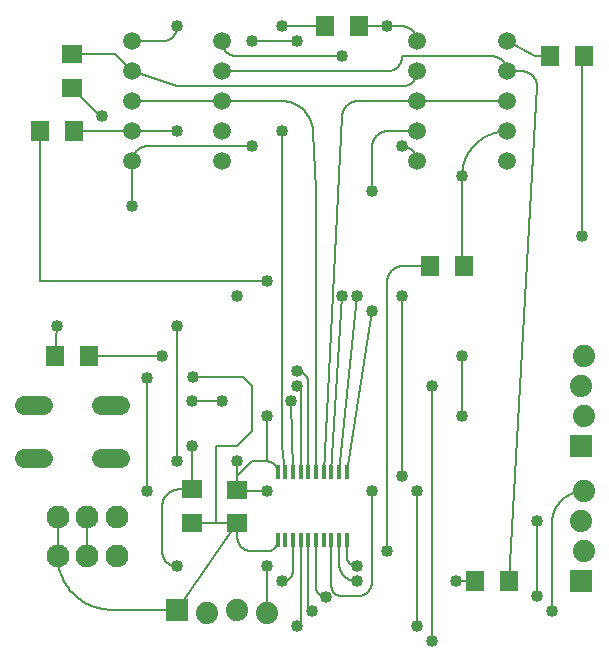
<source format=gtl>
G04 EAGLE Gerber RS-274X export*
G75*
%MOIN*%
%FSLAX36Y36*%
%LPD*%
%INTop Copper Layer*%
%IPPOS*%
%AMOC8*
5,1,8,0,0,1.08239X$1,22.5*%
G01*
%ADD10R,0.070866X0.062992*%
%ADD11R,0.074000X0.074000*%
%ADD12C,0.074000*%
%ADD13C,0.059433*%
%ADD14R,0.070984X0.062992*%
%ADD15R,0.062992X0.070984*%
%ADD16C,0.064000*%
%ADD17R,0.011811X0.047236*%
%ADD18C,0.076000*%
%ADD19C,0.006000*%
%ADD20C,0.040000*%


D10*
X900000Y844882D03*
X900000Y955118D03*
D11*
X700000Y555000D03*
D12*
X800000Y545000D03*
X900000Y555000D03*
X1000000Y545000D03*
D13*
X1500000Y2450000D03*
X1500000Y2350000D03*
X1500000Y2250000D03*
X1500000Y2150000D03*
X1500000Y2050000D03*
X1800000Y2050000D03*
X1800000Y2150000D03*
X1800000Y2250000D03*
X1800000Y2350000D03*
X1800000Y2450000D03*
X550000Y2450000D03*
X550000Y2350000D03*
X550000Y2250000D03*
X550000Y2150000D03*
X550000Y2050000D03*
X850000Y2050000D03*
X850000Y2150000D03*
X850000Y2250000D03*
X850000Y2350000D03*
X850000Y2450000D03*
D14*
X750000Y844016D03*
X750000Y955984D03*
D15*
X1805984Y650000D03*
X1694016Y650000D03*
X1655984Y1700000D03*
X1544016Y1700000D03*
X294016Y1400000D03*
X405984Y1400000D03*
X355984Y2150000D03*
X244016Y2150000D03*
D14*
X350000Y2405984D03*
X350000Y2294016D03*
D15*
X1305984Y2500000D03*
X1194016Y2500000D03*
X1944016Y2400000D03*
X2055984Y2400000D03*
D16*
X254000Y1239000D02*
X190000Y1239000D01*
X190000Y1061000D02*
X254000Y1061000D01*
X446000Y1239000D02*
X510000Y1239000D01*
X510000Y1061000D02*
X446000Y1061000D01*
D17*
X1034846Y1014173D03*
X1060437Y1014173D03*
X1086024Y1014173D03*
X1111614Y1014173D03*
X1137205Y1014173D03*
X1162795Y1014173D03*
X1188386Y1014173D03*
X1213976Y1014173D03*
X1034846Y785823D03*
X1060437Y785823D03*
X1086024Y785823D03*
X1111614Y785823D03*
X1137205Y785823D03*
X1162795Y785823D03*
X1188386Y785823D03*
X1213976Y785823D03*
X1239567Y785823D03*
X1265154Y785823D03*
X1239567Y1014173D03*
X1265154Y1014173D03*
D18*
X301575Y864961D03*
X400000Y864961D03*
X498425Y864961D03*
X301575Y735039D03*
X400000Y735039D03*
X498425Y735039D03*
D11*
X2045000Y1100000D03*
D12*
X2055000Y1200000D03*
X2045000Y1300000D03*
X2055000Y1400000D03*
D11*
X2045000Y650000D03*
D12*
X2055000Y750000D03*
X2045000Y850000D03*
X2055000Y950000D03*
D19*
X900000Y844882D02*
X900000Y800000D01*
X900015Y798792D01*
X900058Y797584D01*
X900131Y796378D01*
X900233Y795174D01*
X900365Y793973D01*
X900525Y792776D01*
X900714Y791582D01*
X900931Y790394D01*
X901178Y789211D01*
X901453Y788034D01*
X901756Y786865D01*
X902088Y785703D01*
X902447Y784549D01*
X902834Y783405D01*
X903249Y782270D01*
X903691Y781145D01*
X904160Y780032D01*
X904656Y778930D01*
X905179Y777840D01*
X905727Y776764D01*
X906302Y775701D01*
X906902Y774652D01*
X907527Y773618D01*
X908176Y772599D01*
X908851Y771597D01*
X909549Y770611D01*
X910271Y769642D01*
X911016Y768691D01*
X911784Y767758D01*
X912574Y766844D01*
X913387Y765949D01*
X914220Y765074D01*
X915074Y764220D01*
X915949Y763387D01*
X916844Y762574D01*
X917758Y761784D01*
X918691Y761016D01*
X919642Y760271D01*
X920611Y759549D01*
X921597Y758851D01*
X922599Y758176D01*
X923618Y757527D01*
X924652Y756902D01*
X925701Y756302D01*
X926764Y755727D01*
X927840Y755179D01*
X928930Y754656D01*
X930032Y754160D01*
X931145Y753691D01*
X932270Y753249D01*
X933405Y752834D01*
X934549Y752447D01*
X935703Y752088D01*
X936865Y751756D01*
X938034Y751453D01*
X939211Y751178D01*
X940394Y750931D01*
X941582Y750714D01*
X942776Y750525D01*
X943973Y750365D01*
X945174Y750233D01*
X946378Y750131D01*
X947584Y750058D01*
X948792Y750015D01*
X950000Y750000D01*
X999024Y750000D01*
X999890Y750010D01*
X1000755Y750042D01*
X1001619Y750094D01*
X1002481Y750167D01*
X1003342Y750261D01*
X1004200Y750376D01*
X1005055Y750511D01*
X1005907Y750667D01*
X1006754Y750844D01*
X1007597Y751041D01*
X1008435Y751258D01*
X1009267Y751496D01*
X1010094Y751753D01*
X1010914Y752031D01*
X1011727Y752328D01*
X1012533Y752645D01*
X1013330Y752981D01*
X1014120Y753336D01*
X1014900Y753710D01*
X1015672Y754103D01*
X1016433Y754515D01*
X1017185Y754945D01*
X1017926Y755393D01*
X1018655Y755858D01*
X1019374Y756341D01*
X1020080Y756842D01*
X1020774Y757359D01*
X1021456Y757893D01*
X1022124Y758443D01*
X1022779Y759009D01*
X1023420Y759591D01*
X1024047Y760188D01*
X1024659Y760800D01*
X1025256Y761427D01*
X1025838Y762068D01*
X1026404Y762723D01*
X1026954Y763391D01*
X1027488Y764073D01*
X1028005Y764767D01*
X1028506Y765473D01*
X1028989Y766192D01*
X1029454Y766921D01*
X1029902Y767662D01*
X1030332Y768414D01*
X1030744Y769175D01*
X1031137Y769947D01*
X1031511Y770727D01*
X1031866Y771517D01*
X1032202Y772314D01*
X1032519Y773120D01*
X1032816Y773933D01*
X1033094Y774753D01*
X1033351Y775580D01*
X1033589Y776412D01*
X1033806Y777250D01*
X1034003Y778093D01*
X1034180Y778940D01*
X1034336Y779792D01*
X1034471Y780647D01*
X1034586Y781505D01*
X1034680Y782366D01*
X1034753Y783228D01*
X1034805Y784092D01*
X1034837Y784957D01*
X1034847Y785823D01*
X700000Y555000D02*
X481614Y555000D01*
X477264Y555053D01*
X472916Y555210D01*
X468573Y555473D01*
X464238Y555840D01*
X459913Y556313D01*
X455600Y556889D01*
X451303Y557570D01*
X447024Y558354D01*
X442764Y559242D01*
X438528Y560232D01*
X434316Y561324D01*
X430133Y562517D01*
X425979Y563812D01*
X421858Y565206D01*
X417771Y566700D01*
X413722Y568291D01*
X409713Y569981D01*
X405745Y571766D01*
X401822Y573647D01*
X397946Y575622D01*
X394118Y577691D01*
X390341Y579851D01*
X386618Y582102D01*
X382950Y584442D01*
X379340Y586870D01*
X375790Y589384D01*
X372301Y591984D01*
X368876Y594667D01*
X365517Y597432D01*
X362226Y600278D01*
X359005Y603202D01*
X355855Y606203D01*
X352778Y609280D01*
X349777Y612430D01*
X346853Y615651D01*
X344007Y618942D01*
X341242Y622301D01*
X338559Y625726D01*
X335959Y629215D01*
X333445Y632765D01*
X331017Y636375D01*
X328677Y640043D01*
X326426Y643766D01*
X324266Y647543D01*
X322197Y651371D01*
X320222Y655247D01*
X318341Y659170D01*
X316556Y663138D01*
X314866Y667147D01*
X313275Y671196D01*
X311781Y675283D01*
X310387Y679404D01*
X309092Y683558D01*
X307899Y687741D01*
X306807Y691953D01*
X305817Y696189D01*
X304929Y700449D01*
X304145Y704728D01*
X303464Y709025D01*
X302888Y713338D01*
X302415Y717663D01*
X302048Y721998D01*
X301785Y726341D01*
X301628Y730689D01*
X301575Y735039D01*
X301575Y864961D01*
X700000Y555000D02*
X900000Y844882D01*
X830000Y844882D02*
X750646Y844882D01*
X830000Y844882D02*
X900000Y844882D01*
X750646Y844882D02*
X750000Y844016D01*
D20*
X753914Y1330039D03*
D19*
X919961Y1330039D01*
X950000Y1300000D01*
X950000Y1150000D01*
X900000Y1100000D01*
X830000Y1100000D01*
X830000Y844882D01*
X900000Y955118D02*
X900000Y1000000D01*
X950000Y1050000D01*
X999020Y1050000D01*
X999886Y1049990D01*
X1000751Y1049958D01*
X1001615Y1049906D01*
X1002478Y1049833D01*
X1003338Y1049739D01*
X1004197Y1049624D01*
X1005052Y1049489D01*
X1005903Y1049333D01*
X1006751Y1049156D01*
X1007594Y1048959D01*
X1008432Y1048742D01*
X1009265Y1048504D01*
X1010091Y1048247D01*
X1010911Y1047969D01*
X1011724Y1047672D01*
X1012530Y1047355D01*
X1013328Y1047019D01*
X1014118Y1046664D01*
X1014898Y1046289D01*
X1015670Y1045896D01*
X1016431Y1045485D01*
X1017183Y1045055D01*
X1017924Y1044607D01*
X1018654Y1044141D01*
X1019372Y1043658D01*
X1020079Y1043158D01*
X1020773Y1042640D01*
X1021454Y1042106D01*
X1022123Y1041556D01*
X1022778Y1040990D01*
X1023419Y1040408D01*
X1024046Y1039811D01*
X1024658Y1039199D01*
X1025255Y1038572D01*
X1025837Y1037931D01*
X1026403Y1037276D01*
X1026953Y1036607D01*
X1027487Y1035926D01*
X1028005Y1035232D01*
X1028505Y1034525D01*
X1028988Y1033807D01*
X1029454Y1033077D01*
X1029902Y1032336D01*
X1030332Y1031584D01*
X1030743Y1030823D01*
X1031136Y1030051D01*
X1031511Y1029271D01*
X1031866Y1028481D01*
X1032202Y1027683D01*
X1032519Y1026877D01*
X1032816Y1026064D01*
X1033094Y1025244D01*
X1033351Y1024418D01*
X1033589Y1023585D01*
X1033806Y1022747D01*
X1034003Y1021904D01*
X1034180Y1021056D01*
X1034336Y1020205D01*
X1034471Y1019350D01*
X1034586Y1018491D01*
X1034680Y1017631D01*
X1034753Y1016768D01*
X1034805Y1015904D01*
X1034837Y1015039D01*
X1034847Y1014173D01*
D20*
X700000Y1500000D03*
D19*
X1000000Y700000D02*
X1000000Y545000D01*
D20*
X1000000Y700000D03*
X1000000Y950000D03*
D19*
X905118Y950000D01*
X904977Y950002D01*
X904836Y950008D01*
X904695Y950017D01*
X904555Y950031D01*
X904415Y950049D01*
X904276Y950070D01*
X904137Y950095D01*
X903999Y950124D01*
X903862Y950157D01*
X903725Y950193D01*
X903590Y950233D01*
X903456Y950277D01*
X903323Y950325D01*
X903192Y950376D01*
X903062Y950431D01*
X902934Y950490D01*
X902807Y950551D01*
X902682Y950617D01*
X902559Y950686D01*
X902438Y950758D01*
X902319Y950833D01*
X902202Y950912D01*
X902087Y950994D01*
X901974Y951079D01*
X901864Y951167D01*
X901757Y951258D01*
X901652Y951353D01*
X901549Y951450D01*
X901450Y951549D01*
X901353Y951652D01*
X901258Y951757D01*
X901167Y951864D01*
X901079Y951974D01*
X900994Y952087D01*
X900912Y952202D01*
X900833Y952319D01*
X900758Y952438D01*
X900686Y952559D01*
X900617Y952682D01*
X900551Y952807D01*
X900490Y952934D01*
X900431Y953062D01*
X900376Y953192D01*
X900325Y953323D01*
X900277Y953456D01*
X900233Y953590D01*
X900193Y953725D01*
X900157Y953862D01*
X900124Y953999D01*
X900095Y954137D01*
X900070Y954276D01*
X900049Y954415D01*
X900031Y954555D01*
X900017Y954695D01*
X900008Y954836D01*
X900002Y954977D01*
X900000Y955118D01*
X900000Y1000000D02*
X900000Y1050000D01*
D20*
X900000Y1050000D03*
X700000Y1050000D03*
D19*
X700000Y1500000D01*
X999020Y1199020D02*
X999020Y1050000D01*
X999020Y1199020D02*
X999022Y1199082D01*
X999028Y1199143D01*
X999037Y1199204D01*
X999051Y1199264D01*
X999068Y1199323D01*
X999089Y1199381D01*
X999113Y1199437D01*
X999141Y1199492D01*
X999173Y1199545D01*
X999207Y1199596D01*
X999245Y1199645D01*
X999286Y1199691D01*
X999329Y1199734D01*
X999375Y1199775D01*
X999424Y1199813D01*
X999475Y1199847D01*
X999528Y1199879D01*
X999583Y1199907D01*
X999639Y1199931D01*
X999697Y1199952D01*
X999756Y1199969D01*
X999816Y1199983D01*
X999877Y1199992D01*
X999938Y1199998D01*
X1000000Y1200000D01*
D20*
X1000000Y1200000D03*
X1650000Y1200000D03*
D19*
X1650000Y1400000D01*
D20*
X1650000Y1400000D03*
D19*
X1079000Y1250000D02*
X1086024Y1014173D01*
D20*
X1079000Y1250000D03*
X850000Y1250000D03*
D19*
X750000Y1250000D01*
D20*
X750000Y1250000D03*
D19*
X1550000Y1300000D02*
X1550000Y450000D01*
X1111614Y1014173D02*
X1111614Y1288386D01*
X1111611Y1288667D01*
X1111600Y1288947D01*
X1111583Y1289227D01*
X1111560Y1289507D01*
X1111529Y1289786D01*
X1111492Y1290064D01*
X1111448Y1290341D01*
X1111398Y1290617D01*
X1111340Y1290892D01*
X1111277Y1291165D01*
X1111206Y1291437D01*
X1111129Y1291707D01*
X1111046Y1291975D01*
X1110956Y1292241D01*
X1110859Y1292504D01*
X1110757Y1292766D01*
X1110648Y1293024D01*
X1110532Y1293280D01*
X1110411Y1293533D01*
X1110284Y1293783D01*
X1110150Y1294030D01*
X1110011Y1294274D01*
X1109866Y1294514D01*
X1109715Y1294751D01*
X1109558Y1294984D01*
X1109396Y1295213D01*
X1109228Y1295438D01*
X1109055Y1295659D01*
X1108877Y1295875D01*
X1108693Y1296088D01*
X1108505Y1296295D01*
X1108311Y1296499D01*
X1108113Y1296697D01*
X1107909Y1296891D01*
X1107702Y1297079D01*
X1107489Y1297263D01*
X1107273Y1297441D01*
X1107052Y1297614D01*
X1106827Y1297782D01*
X1106598Y1297944D01*
X1106365Y1298101D01*
X1106128Y1298252D01*
X1105888Y1298397D01*
X1105644Y1298536D01*
X1105397Y1298670D01*
X1105147Y1298797D01*
X1104894Y1298918D01*
X1104638Y1299034D01*
X1104380Y1299143D01*
X1104118Y1299245D01*
X1103855Y1299342D01*
X1103589Y1299432D01*
X1103321Y1299515D01*
X1103051Y1299592D01*
X1102779Y1299663D01*
X1102506Y1299726D01*
X1102231Y1299784D01*
X1101955Y1299834D01*
X1101678Y1299878D01*
X1101400Y1299915D01*
X1101121Y1299946D01*
X1100841Y1299969D01*
X1100561Y1299986D01*
X1100281Y1299997D01*
X1100000Y1300000D01*
D20*
X1100000Y1300000D03*
X1550000Y1300000D03*
X1550000Y450000D03*
X750000Y1100000D03*
D19*
X750000Y955984D01*
X705984Y955984D01*
X704631Y955968D01*
X703279Y955919D01*
X701929Y955837D01*
X700581Y955723D01*
X699236Y955576D01*
X697895Y955397D01*
X696559Y955185D01*
X695228Y954941D01*
X693904Y954665D01*
X692586Y954357D01*
X691277Y954018D01*
X689976Y953646D01*
X688684Y953244D01*
X687402Y952810D01*
X686132Y952346D01*
X684873Y951851D01*
X683626Y951326D01*
X682392Y950770D01*
X681172Y950186D01*
X679967Y949571D01*
X678777Y948928D01*
X677602Y948257D01*
X676445Y947557D01*
X675304Y946829D01*
X674181Y946074D01*
X673077Y945292D01*
X671993Y944484D01*
X670928Y943649D01*
X669883Y942789D01*
X668860Y941905D01*
X667858Y940995D01*
X666879Y940062D01*
X665922Y939105D01*
X664989Y938126D01*
X664079Y937124D01*
X663195Y936101D01*
X662335Y935056D01*
X661500Y933991D01*
X660692Y932907D01*
X659910Y931803D01*
X659155Y930680D01*
X658427Y929539D01*
X657727Y928382D01*
X657056Y927207D01*
X656413Y926017D01*
X655798Y924812D01*
X655214Y923592D01*
X654658Y922358D01*
X654133Y921111D01*
X653638Y919852D01*
X653174Y918582D01*
X652740Y917300D01*
X652338Y916008D01*
X651966Y914707D01*
X651627Y913398D01*
X651319Y912080D01*
X651043Y910756D01*
X650799Y909425D01*
X650587Y908089D01*
X650408Y906748D01*
X650261Y905403D01*
X650147Y904055D01*
X650065Y902705D01*
X650016Y901353D01*
X650000Y900000D01*
X650000Y750000D01*
X650015Y748792D01*
X650058Y747584D01*
X650131Y746378D01*
X650233Y745174D01*
X650365Y743973D01*
X650525Y742776D01*
X650714Y741582D01*
X650931Y740394D01*
X651178Y739211D01*
X651453Y738034D01*
X651756Y736865D01*
X652088Y735703D01*
X652447Y734549D01*
X652834Y733405D01*
X653249Y732270D01*
X653691Y731145D01*
X654160Y730032D01*
X654656Y728930D01*
X655179Y727840D01*
X655727Y726764D01*
X656302Y725701D01*
X656902Y724652D01*
X657527Y723618D01*
X658176Y722599D01*
X658851Y721597D01*
X659549Y720611D01*
X660271Y719642D01*
X661016Y718691D01*
X661784Y717758D01*
X662574Y716844D01*
X663387Y715949D01*
X664220Y715074D01*
X665074Y714220D01*
X665949Y713387D01*
X666844Y712574D01*
X667758Y711784D01*
X668691Y711016D01*
X669642Y710271D01*
X670611Y709549D01*
X671597Y708851D01*
X672599Y708176D01*
X673618Y707527D01*
X674652Y706902D01*
X675701Y706302D01*
X676764Y705727D01*
X677840Y705179D01*
X678930Y704656D01*
X680032Y704160D01*
X681145Y703691D01*
X682270Y703249D01*
X683405Y702834D01*
X684549Y702447D01*
X685703Y702088D01*
X686865Y701756D01*
X688034Y701453D01*
X689211Y701178D01*
X690394Y700931D01*
X691582Y700714D01*
X692776Y700525D01*
X693973Y700365D01*
X695174Y700233D01*
X696378Y700131D01*
X697584Y700058D01*
X698792Y700015D01*
X700000Y700000D01*
D20*
X700000Y700000D03*
D19*
X1137205Y1014173D02*
X1137205Y1312795D01*
X1137194Y1313694D01*
X1137162Y1314592D01*
X1137107Y1315490D01*
X1137031Y1316386D01*
X1136934Y1317280D01*
X1136815Y1318171D01*
X1136674Y1319059D01*
X1136512Y1319943D01*
X1136328Y1320823D01*
X1136124Y1321699D01*
X1135898Y1322569D01*
X1135652Y1323434D01*
X1135384Y1324292D01*
X1135096Y1325144D01*
X1134787Y1325988D01*
X1134458Y1326825D01*
X1134109Y1327653D01*
X1133740Y1328473D01*
X1133352Y1329284D01*
X1132943Y1330085D01*
X1132516Y1330876D01*
X1132070Y1331656D01*
X1131604Y1332426D01*
X1131121Y1333184D01*
X1130619Y1333930D01*
X1130099Y1334664D01*
X1129562Y1335384D01*
X1129008Y1336092D01*
X1128436Y1336786D01*
X1127848Y1337466D01*
X1127244Y1338132D01*
X1126624Y1338783D01*
X1125988Y1339419D01*
X1125337Y1340039D01*
X1124671Y1340643D01*
X1123991Y1341231D01*
X1123297Y1341803D01*
X1122589Y1342357D01*
X1121869Y1342894D01*
X1121135Y1343414D01*
X1120389Y1343916D01*
X1119631Y1344399D01*
X1118861Y1344865D01*
X1118081Y1345311D01*
X1117290Y1345738D01*
X1116489Y1346147D01*
X1115678Y1346535D01*
X1114858Y1346904D01*
X1114030Y1347253D01*
X1113193Y1347582D01*
X1112349Y1347891D01*
X1111497Y1348179D01*
X1110639Y1348447D01*
X1109774Y1348693D01*
X1108904Y1348919D01*
X1108028Y1349123D01*
X1107148Y1349307D01*
X1106264Y1349469D01*
X1105376Y1349610D01*
X1104485Y1349729D01*
X1103591Y1349826D01*
X1102695Y1349902D01*
X1101797Y1349957D01*
X1100899Y1349989D01*
X1100000Y1350000D01*
D20*
X1100000Y1350000D03*
D19*
X400000Y864961D02*
X400000Y735039D01*
X600000Y950000D02*
X600000Y1326287D01*
D20*
X600000Y1326287D03*
X600000Y950000D03*
D19*
X1213976Y785823D02*
X1213976Y636024D01*
X1213987Y635154D01*
X1214018Y634284D01*
X1214071Y633415D01*
X1214144Y632547D01*
X1214239Y631682D01*
X1214354Y630819D01*
X1214490Y629959D01*
X1214647Y629103D01*
X1214825Y628251D01*
X1215023Y627403D01*
X1215241Y626560D01*
X1215480Y625723D01*
X1215739Y624892D01*
X1216018Y624067D01*
X1216317Y623250D01*
X1216635Y622440D01*
X1216973Y621637D01*
X1217331Y620843D01*
X1217707Y620058D01*
X1218102Y619283D01*
X1218516Y618517D01*
X1218948Y617761D01*
X1219399Y617016D01*
X1219867Y616282D01*
X1220353Y615560D01*
X1220856Y614850D01*
X1221376Y614152D01*
X1221913Y613466D01*
X1222466Y612794D01*
X1223036Y612136D01*
X1223621Y611491D01*
X1224221Y610861D01*
X1224837Y610245D01*
X1225467Y609645D01*
X1226112Y609060D01*
X1226770Y608490D01*
X1227442Y607937D01*
X1228128Y607400D01*
X1228826Y606880D01*
X1229536Y606377D01*
X1230258Y605891D01*
X1230992Y605423D01*
X1231737Y604972D01*
X1232493Y604540D01*
X1233259Y604126D01*
X1234034Y603731D01*
X1234819Y603355D01*
X1235613Y602997D01*
X1236416Y602659D01*
X1237226Y602341D01*
X1238043Y602042D01*
X1238868Y601763D01*
X1239699Y601504D01*
X1240536Y601265D01*
X1241379Y601047D01*
X1242227Y600849D01*
X1243079Y600671D01*
X1243935Y600514D01*
X1244795Y600378D01*
X1245658Y600263D01*
X1246523Y600168D01*
X1247391Y600095D01*
X1248260Y600042D01*
X1249130Y600011D01*
X1250000Y600000D01*
X1300000Y600000D01*
X1301208Y600015D01*
X1302416Y600058D01*
X1303622Y600131D01*
X1304826Y600233D01*
X1306027Y600365D01*
X1307224Y600525D01*
X1308418Y600714D01*
X1309606Y600931D01*
X1310789Y601178D01*
X1311966Y601453D01*
X1313135Y601756D01*
X1314297Y602088D01*
X1315451Y602447D01*
X1316595Y602834D01*
X1317730Y603249D01*
X1318855Y603691D01*
X1319968Y604160D01*
X1321070Y604656D01*
X1322160Y605179D01*
X1323236Y605727D01*
X1324299Y606302D01*
X1325348Y606902D01*
X1326382Y607527D01*
X1327401Y608176D01*
X1328403Y608851D01*
X1329389Y609549D01*
X1330358Y610271D01*
X1331309Y611016D01*
X1332242Y611784D01*
X1333156Y612574D01*
X1334051Y613387D01*
X1334926Y614220D01*
X1335780Y615074D01*
X1336613Y615949D01*
X1337426Y616844D01*
X1338216Y617758D01*
X1338984Y618691D01*
X1339729Y619642D01*
X1340451Y620611D01*
X1341149Y621597D01*
X1341824Y622599D01*
X1342473Y623618D01*
X1343098Y624652D01*
X1343698Y625701D01*
X1344273Y626764D01*
X1344821Y627840D01*
X1345344Y628930D01*
X1345840Y630032D01*
X1346309Y631145D01*
X1346751Y632270D01*
X1347166Y633405D01*
X1347553Y634549D01*
X1347912Y635703D01*
X1348244Y636865D01*
X1348547Y638034D01*
X1348822Y639211D01*
X1349069Y640394D01*
X1349286Y641582D01*
X1349475Y642776D01*
X1349635Y643973D01*
X1349767Y645174D01*
X1349869Y646378D01*
X1349942Y647584D01*
X1349985Y648792D01*
X1350000Y650000D01*
X1350000Y950000D01*
D20*
X1450000Y1000000D03*
D19*
X1450000Y1600000D01*
D20*
X1450000Y1600000D03*
X2050000Y1800000D03*
D19*
X2050000Y2394016D01*
X2050002Y2394168D01*
X2050008Y2394319D01*
X2050017Y2394470D01*
X2050031Y2394621D01*
X2050048Y2394772D01*
X2050069Y2394922D01*
X2050094Y2395072D01*
X2050122Y2395221D01*
X2050155Y2395369D01*
X2050191Y2395516D01*
X2050231Y2395662D01*
X2050274Y2395807D01*
X2050322Y2395951D01*
X2050372Y2396094D01*
X2050427Y2396236D01*
X2050485Y2396376D01*
X2050547Y2396514D01*
X2050612Y2396651D01*
X2050680Y2396787D01*
X2050752Y2396920D01*
X2050827Y2397052D01*
X2050906Y2397181D01*
X2050988Y2397309D01*
X2051073Y2397434D01*
X2051161Y2397558D01*
X2051252Y2397679D01*
X2051346Y2397798D01*
X2051444Y2397914D01*
X2051544Y2398028D01*
X2051647Y2398139D01*
X2051753Y2398247D01*
X2051861Y2398353D01*
X2051972Y2398456D01*
X2052086Y2398556D01*
X2052202Y2398654D01*
X2052321Y2398748D01*
X2052442Y2398839D01*
X2052566Y2398927D01*
X2052691Y2399012D01*
X2052819Y2399094D01*
X2052948Y2399173D01*
X2053080Y2399248D01*
X2053213Y2399320D01*
X2053349Y2399388D01*
X2053486Y2399453D01*
X2053624Y2399515D01*
X2053764Y2399573D01*
X2053906Y2399628D01*
X2054049Y2399678D01*
X2054193Y2399726D01*
X2054338Y2399769D01*
X2054484Y2399809D01*
X2054631Y2399845D01*
X2054779Y2399878D01*
X2054928Y2399906D01*
X2055078Y2399931D01*
X2055228Y2399952D01*
X2055379Y2399969D01*
X2055530Y2399983D01*
X2055681Y2399992D01*
X2055832Y2399998D01*
X2055984Y2400000D01*
D20*
X1350000Y950000D03*
D19*
X1239567Y785823D02*
X1239567Y710433D01*
X1239585Y708973D01*
X1239638Y707513D01*
X1239726Y706056D01*
X1239849Y704600D01*
X1240008Y703149D01*
X1240201Y701701D01*
X1240430Y700259D01*
X1240693Y698822D01*
X1240991Y697393D01*
X1241323Y695970D01*
X1241690Y694557D01*
X1242090Y693152D01*
X1242525Y691758D01*
X1242993Y690375D01*
X1243494Y689003D01*
X1244028Y687644D01*
X1244595Y686298D01*
X1245195Y684966D01*
X1245826Y683650D01*
X1246489Y682348D01*
X1247183Y681064D01*
X1247909Y679796D01*
X1248664Y678546D01*
X1249450Y677315D01*
X1250265Y676103D01*
X1251109Y674911D01*
X1251981Y673740D01*
X1252882Y672591D01*
X1253810Y671463D01*
X1254765Y670359D01*
X1255747Y669277D01*
X1256754Y668220D01*
X1257787Y667187D01*
X1258844Y666180D01*
X1259926Y665198D01*
X1261030Y664243D01*
X1262158Y663315D01*
X1263307Y662414D01*
X1264478Y661542D01*
X1265670Y660698D01*
X1266882Y659883D01*
X1268113Y659097D01*
X1269363Y658342D01*
X1270631Y657616D01*
X1271915Y656922D01*
X1273217Y656259D01*
X1274533Y655628D01*
X1275865Y655028D01*
X1277211Y654461D01*
X1278570Y653927D01*
X1279942Y653426D01*
X1281325Y652958D01*
X1282719Y652523D01*
X1284124Y652123D01*
X1285537Y651756D01*
X1286960Y651424D01*
X1288389Y651126D01*
X1289826Y650863D01*
X1291268Y650634D01*
X1292716Y650441D01*
X1294167Y650282D01*
X1295623Y650159D01*
X1297080Y650071D01*
X1298540Y650018D01*
X1300000Y650000D01*
X1629000Y650000D02*
X1694016Y650000D01*
D20*
X1629000Y650000D03*
X1300000Y650000D03*
D19*
X1265154Y734846D02*
X1265154Y785823D01*
X1265154Y734846D02*
X1265164Y734004D01*
X1265195Y733162D01*
X1265246Y732322D01*
X1265317Y731483D01*
X1265408Y730646D01*
X1265520Y729811D01*
X1265651Y728979D01*
X1265803Y728151D01*
X1265975Y727327D01*
X1266167Y726507D01*
X1266378Y725692D01*
X1266609Y724882D01*
X1266859Y724078D01*
X1267129Y723280D01*
X1267418Y722489D01*
X1267727Y721706D01*
X1268053Y720930D01*
X1268399Y720162D01*
X1268763Y719403D01*
X1269145Y718652D01*
X1269546Y717911D01*
X1269964Y717180D01*
X1270399Y716460D01*
X1270852Y715750D01*
X1271322Y715051D01*
X1271809Y714364D01*
X1272312Y713689D01*
X1272831Y713026D01*
X1273367Y712376D01*
X1273917Y711739D01*
X1274483Y711115D01*
X1275064Y710506D01*
X1275660Y709910D01*
X1276269Y709329D01*
X1276893Y708763D01*
X1277530Y708213D01*
X1278180Y707677D01*
X1278843Y707158D01*
X1279518Y706655D01*
X1280205Y706168D01*
X1280904Y705698D01*
X1281614Y705245D01*
X1282334Y704810D01*
X1283065Y704392D01*
X1283806Y703991D01*
X1284557Y703609D01*
X1285316Y703245D01*
X1286084Y702899D01*
X1286860Y702573D01*
X1287643Y702264D01*
X1288434Y701975D01*
X1289232Y701705D01*
X1290036Y701455D01*
X1290846Y701224D01*
X1291661Y701013D01*
X1292481Y700821D01*
X1293305Y700649D01*
X1294133Y700497D01*
X1294965Y700366D01*
X1295800Y700254D01*
X1296637Y700163D01*
X1297476Y700092D01*
X1298316Y700041D01*
X1299158Y700010D01*
X1300000Y700000D01*
X1400000Y750000D02*
X1400000Y1650000D01*
X1400015Y1651208D01*
X1400058Y1652416D01*
X1400131Y1653622D01*
X1400233Y1654826D01*
X1400365Y1656027D01*
X1400525Y1657224D01*
X1400714Y1658418D01*
X1400931Y1659606D01*
X1401178Y1660789D01*
X1401453Y1661966D01*
X1401756Y1663135D01*
X1402088Y1664297D01*
X1402447Y1665451D01*
X1402834Y1666595D01*
X1403249Y1667730D01*
X1403691Y1668855D01*
X1404160Y1669968D01*
X1404656Y1671070D01*
X1405179Y1672160D01*
X1405727Y1673236D01*
X1406302Y1674299D01*
X1406902Y1675348D01*
X1407527Y1676382D01*
X1408176Y1677401D01*
X1408851Y1678403D01*
X1409549Y1679389D01*
X1410271Y1680358D01*
X1411016Y1681309D01*
X1411784Y1682242D01*
X1412574Y1683156D01*
X1413387Y1684051D01*
X1414220Y1684926D01*
X1415074Y1685780D01*
X1415949Y1686613D01*
X1416844Y1687426D01*
X1417758Y1688216D01*
X1418691Y1688984D01*
X1419642Y1689729D01*
X1420611Y1690451D01*
X1421597Y1691149D01*
X1422599Y1691824D01*
X1423618Y1692473D01*
X1424652Y1693098D01*
X1425701Y1693698D01*
X1426764Y1694273D01*
X1427840Y1694821D01*
X1428930Y1695344D01*
X1430032Y1695840D01*
X1431145Y1696309D01*
X1432270Y1696751D01*
X1433405Y1697166D01*
X1434549Y1697553D01*
X1435703Y1697912D01*
X1436865Y1698244D01*
X1438034Y1698547D01*
X1439211Y1698822D01*
X1440394Y1699069D01*
X1441582Y1699286D01*
X1442776Y1699475D01*
X1443973Y1699635D01*
X1445174Y1699767D01*
X1446378Y1699869D01*
X1447584Y1699942D01*
X1448792Y1699985D01*
X1450000Y1700000D01*
X1544016Y1700000D01*
D20*
X1300000Y700000D03*
X1400000Y750000D03*
X1350000Y1550000D03*
D19*
X1265154Y1014173D01*
X650000Y1400000D02*
X405984Y1400000D01*
D20*
X650000Y1400000D03*
D19*
X244016Y1650000D02*
X244016Y2150000D01*
X244016Y1650000D02*
X1000000Y1650000D01*
D20*
X1000000Y1650000D03*
X1300000Y1600000D03*
D19*
X1239567Y1014173D01*
D20*
X900000Y1600000D03*
D19*
X1250000Y1600000D02*
X1213976Y1014173D01*
D20*
X1250000Y1600000D03*
D19*
X444016Y2200000D02*
X350000Y2294016D01*
X444016Y2200000D02*
X450000Y2200000D01*
D20*
X450000Y2200000D03*
D19*
X1050000Y1100000D02*
X1060437Y1014173D01*
D20*
X1050000Y2500000D03*
D19*
X1194016Y2500000D01*
D20*
X1050000Y2150000D03*
D19*
X1050000Y1250000D02*
X1050000Y1100000D01*
X1050000Y1250000D02*
X1050000Y2150000D01*
D20*
X1250000Y2400000D03*
D19*
X900000Y2400000D01*
X898792Y2400015D01*
X897584Y2400058D01*
X896378Y2400131D01*
X895174Y2400233D01*
X893973Y2400365D01*
X892776Y2400525D01*
X891582Y2400714D01*
X890394Y2400931D01*
X889211Y2401178D01*
X888034Y2401453D01*
X886865Y2401756D01*
X885703Y2402088D01*
X884549Y2402447D01*
X883405Y2402834D01*
X882270Y2403249D01*
X881145Y2403691D01*
X880032Y2404160D01*
X878930Y2404656D01*
X877840Y2405179D01*
X876764Y2405727D01*
X875701Y2406302D01*
X874652Y2406902D01*
X873618Y2407527D01*
X872599Y2408176D01*
X871597Y2408851D01*
X870611Y2409549D01*
X869642Y2410271D01*
X868691Y2411016D01*
X867758Y2411784D01*
X866844Y2412574D01*
X865949Y2413387D01*
X865074Y2414220D01*
X864220Y2415074D01*
X863387Y2415949D01*
X862574Y2416844D01*
X861784Y2417758D01*
X861016Y2418691D01*
X860271Y2419642D01*
X859549Y2420611D01*
X858851Y2421597D01*
X858176Y2422599D01*
X857527Y2423618D01*
X856902Y2424652D01*
X856302Y2425701D01*
X855727Y2426764D01*
X855179Y2427840D01*
X854656Y2428930D01*
X854160Y2430032D01*
X853691Y2431145D01*
X853249Y2432270D01*
X852834Y2433405D01*
X852447Y2434549D01*
X852088Y2435703D01*
X851756Y2436865D01*
X851453Y2438034D01*
X851178Y2439211D01*
X850931Y2440394D01*
X850714Y2441582D01*
X850525Y2442776D01*
X850365Y2443973D01*
X850233Y2445174D01*
X850131Y2446378D01*
X850058Y2447584D01*
X850015Y2448792D01*
X850000Y2450000D01*
X1894016Y2400000D02*
X1944016Y2400000D01*
X1894016Y2400000D02*
X1800000Y2450000D01*
X1400000Y2350000D02*
X850000Y2350000D01*
X1400000Y2350000D02*
X1401208Y2350015D01*
X1402416Y2350058D01*
X1403622Y2350131D01*
X1404826Y2350233D01*
X1406027Y2350365D01*
X1407224Y2350525D01*
X1408418Y2350714D01*
X1409606Y2350931D01*
X1410789Y2351178D01*
X1411966Y2351453D01*
X1413135Y2351756D01*
X1414297Y2352088D01*
X1415451Y2352447D01*
X1416595Y2352834D01*
X1417730Y2353249D01*
X1418855Y2353691D01*
X1419968Y2354160D01*
X1421070Y2354656D01*
X1422160Y2355179D01*
X1423236Y2355727D01*
X1424299Y2356302D01*
X1425348Y2356902D01*
X1426382Y2357527D01*
X1427401Y2358176D01*
X1428403Y2358851D01*
X1429389Y2359549D01*
X1430358Y2360271D01*
X1431309Y2361016D01*
X1432242Y2361784D01*
X1433156Y2362574D01*
X1434051Y2363387D01*
X1434926Y2364220D01*
X1435780Y2365074D01*
X1436613Y2365949D01*
X1437426Y2366844D01*
X1438216Y2367758D01*
X1438984Y2368691D01*
X1439729Y2369642D01*
X1440451Y2370611D01*
X1441149Y2371597D01*
X1441824Y2372599D01*
X1442473Y2373618D01*
X1443098Y2374652D01*
X1443698Y2375701D01*
X1444273Y2376764D01*
X1444821Y2377840D01*
X1445344Y2378930D01*
X1445840Y2380032D01*
X1446309Y2381145D01*
X1446751Y2382270D01*
X1447166Y2383405D01*
X1447553Y2384549D01*
X1447912Y2385703D01*
X1448244Y2386865D01*
X1448547Y2388034D01*
X1448822Y2389211D01*
X1449069Y2390394D01*
X1449286Y2391582D01*
X1449475Y2392776D01*
X1449635Y2393973D01*
X1449767Y2395174D01*
X1449869Y2396378D01*
X1449942Y2397584D01*
X1449985Y2398792D01*
X1450000Y2400000D01*
X1750000Y2400000D01*
X1751208Y2399985D01*
X1752416Y2399942D01*
X1753622Y2399869D01*
X1754826Y2399767D01*
X1756027Y2399635D01*
X1757224Y2399475D01*
X1758418Y2399286D01*
X1759606Y2399069D01*
X1760789Y2398822D01*
X1761966Y2398547D01*
X1763135Y2398244D01*
X1764297Y2397912D01*
X1765451Y2397553D01*
X1766595Y2397166D01*
X1767730Y2396751D01*
X1768855Y2396309D01*
X1769968Y2395840D01*
X1771070Y2395344D01*
X1772160Y2394821D01*
X1773236Y2394273D01*
X1774299Y2393698D01*
X1775348Y2393098D01*
X1776382Y2392473D01*
X1777401Y2391824D01*
X1778403Y2391149D01*
X1779389Y2390451D01*
X1780358Y2389729D01*
X1781309Y2388984D01*
X1782242Y2388216D01*
X1783156Y2387426D01*
X1784051Y2386613D01*
X1784926Y2385780D01*
X1785780Y2384926D01*
X1786613Y2384051D01*
X1787426Y2383156D01*
X1788216Y2382242D01*
X1788984Y2381309D01*
X1789729Y2380358D01*
X1790451Y2379389D01*
X1791149Y2378403D01*
X1791824Y2377401D01*
X1792473Y2376382D01*
X1793098Y2375348D01*
X1793698Y2374299D01*
X1794273Y2373236D01*
X1794821Y2372160D01*
X1795344Y2371070D01*
X1795840Y2369968D01*
X1796309Y2368855D01*
X1796751Y2367730D01*
X1797166Y2366595D01*
X1797553Y2365451D01*
X1797912Y2364297D01*
X1798244Y2363135D01*
X1798547Y2361966D01*
X1798822Y2360789D01*
X1799069Y2359606D01*
X1799286Y2358418D01*
X1799475Y2357224D01*
X1799635Y2356027D01*
X1799767Y2354826D01*
X1799869Y2353622D01*
X1799942Y2352416D01*
X1799985Y2351208D01*
X1800000Y2350000D01*
X1900000Y2300000D02*
X1805984Y650000D01*
X1900000Y2300000D02*
X1899985Y2301208D01*
X1899942Y2302416D01*
X1899869Y2303622D01*
X1899767Y2304826D01*
X1899635Y2306027D01*
X1899475Y2307224D01*
X1899286Y2308418D01*
X1899069Y2309606D01*
X1898822Y2310789D01*
X1898547Y2311966D01*
X1898244Y2313135D01*
X1897912Y2314297D01*
X1897553Y2315451D01*
X1897166Y2316595D01*
X1896751Y2317730D01*
X1896309Y2318855D01*
X1895840Y2319968D01*
X1895344Y2321070D01*
X1894821Y2322160D01*
X1894273Y2323236D01*
X1893698Y2324299D01*
X1893098Y2325348D01*
X1892473Y2326382D01*
X1891824Y2327401D01*
X1891149Y2328403D01*
X1890451Y2329389D01*
X1889729Y2330358D01*
X1888984Y2331309D01*
X1888216Y2332242D01*
X1887426Y2333156D01*
X1886613Y2334051D01*
X1885780Y2334926D01*
X1884926Y2335780D01*
X1884051Y2336613D01*
X1883156Y2337426D01*
X1882242Y2338216D01*
X1881309Y2338984D01*
X1880358Y2339729D01*
X1879389Y2340451D01*
X1878403Y2341149D01*
X1877401Y2341824D01*
X1876382Y2342473D01*
X1875348Y2343098D01*
X1874299Y2343698D01*
X1873236Y2344273D01*
X1872160Y2344821D01*
X1871070Y2345344D01*
X1869968Y2345840D01*
X1868855Y2346309D01*
X1867730Y2346751D01*
X1866595Y2347166D01*
X1865451Y2347553D01*
X1864297Y2347912D01*
X1863135Y2348244D01*
X1861966Y2348547D01*
X1860789Y2348822D01*
X1859606Y2349069D01*
X1858418Y2349286D01*
X1857224Y2349475D01*
X1856027Y2349635D01*
X1854826Y2349767D01*
X1853622Y2349869D01*
X1852416Y2349942D01*
X1851208Y2349985D01*
X1850000Y2350000D01*
X1800000Y2350000D01*
X1650000Y1705984D02*
X1650002Y1705832D01*
X1650008Y1705681D01*
X1650017Y1705530D01*
X1650031Y1705379D01*
X1650048Y1705228D01*
X1650069Y1705078D01*
X1650094Y1704928D01*
X1650122Y1704779D01*
X1650155Y1704631D01*
X1650191Y1704484D01*
X1650231Y1704338D01*
X1650274Y1704193D01*
X1650322Y1704049D01*
X1650372Y1703906D01*
X1650427Y1703764D01*
X1650485Y1703624D01*
X1650547Y1703486D01*
X1650612Y1703349D01*
X1650680Y1703213D01*
X1650752Y1703080D01*
X1650827Y1702948D01*
X1650906Y1702819D01*
X1650988Y1702691D01*
X1651073Y1702566D01*
X1651161Y1702442D01*
X1651252Y1702321D01*
X1651346Y1702202D01*
X1651444Y1702086D01*
X1651544Y1701972D01*
X1651647Y1701861D01*
X1651753Y1701753D01*
X1651861Y1701647D01*
X1651972Y1701544D01*
X1652086Y1701444D01*
X1652202Y1701346D01*
X1652321Y1701252D01*
X1652442Y1701161D01*
X1652566Y1701073D01*
X1652691Y1700988D01*
X1652819Y1700906D01*
X1652948Y1700827D01*
X1653080Y1700752D01*
X1653213Y1700680D01*
X1653349Y1700612D01*
X1653486Y1700547D01*
X1653624Y1700485D01*
X1653764Y1700427D01*
X1653906Y1700372D01*
X1654049Y1700322D01*
X1654193Y1700274D01*
X1654338Y1700231D01*
X1654484Y1700191D01*
X1654631Y1700155D01*
X1654779Y1700122D01*
X1654928Y1700094D01*
X1655078Y1700069D01*
X1655228Y1700048D01*
X1655379Y1700031D01*
X1655530Y1700017D01*
X1655681Y1700008D01*
X1655832Y1700002D01*
X1655984Y1700000D01*
X1650000Y1705984D02*
X1650000Y2000000D01*
D20*
X1650000Y2000000D03*
D19*
X1650044Y2003625D01*
X1650175Y2007247D01*
X1650394Y2010865D01*
X1650700Y2014477D01*
X1651094Y2018081D01*
X1651574Y2021673D01*
X1652141Y2025254D01*
X1652794Y2028819D01*
X1653534Y2032368D01*
X1654359Y2035897D01*
X1655269Y2039406D01*
X1656263Y2042892D01*
X1657342Y2046353D01*
X1658503Y2049786D01*
X1659748Y2053191D01*
X1661074Y2056564D01*
X1662481Y2059905D01*
X1663969Y2063210D01*
X1665536Y2066479D01*
X1667182Y2069708D01*
X1668905Y2072898D01*
X1670705Y2076044D01*
X1672580Y2079146D01*
X1674529Y2082202D01*
X1676552Y2085210D01*
X1678647Y2088168D01*
X1680813Y2091074D01*
X1683049Y2093928D01*
X1685353Y2096726D01*
X1687723Y2099468D01*
X1690160Y2102152D01*
X1692660Y2104777D01*
X1695223Y2107340D01*
X1697848Y2109840D01*
X1700532Y2112277D01*
X1703274Y2114647D01*
X1706072Y2116951D01*
X1708926Y2119187D01*
X1711832Y2121353D01*
X1714790Y2123448D01*
X1717798Y2125471D01*
X1720854Y2127420D01*
X1723956Y2129295D01*
X1727102Y2131095D01*
X1730292Y2132818D01*
X1733521Y2134464D01*
X1736790Y2136031D01*
X1740095Y2137519D01*
X1743436Y2138926D01*
X1746809Y2140252D01*
X1750214Y2141497D01*
X1753647Y2142658D01*
X1757108Y2143737D01*
X1760594Y2144731D01*
X1764103Y2145641D01*
X1767632Y2146466D01*
X1771181Y2147206D01*
X1774746Y2147859D01*
X1778327Y2148426D01*
X1781919Y2148906D01*
X1785523Y2149300D01*
X1789135Y2149606D01*
X1792753Y2149825D01*
X1796375Y2149956D01*
X1800000Y2150000D01*
X550000Y2050000D02*
X550000Y1900000D01*
D20*
X550000Y1900000D03*
X300000Y1500000D03*
D19*
X550000Y2050000D02*
X550015Y2051208D01*
X550058Y2052416D01*
X550131Y2053622D01*
X550233Y2054826D01*
X550365Y2056027D01*
X550525Y2057224D01*
X550714Y2058418D01*
X550931Y2059606D01*
X551178Y2060789D01*
X551453Y2061966D01*
X551756Y2063135D01*
X552088Y2064297D01*
X552447Y2065451D01*
X552834Y2066595D01*
X553249Y2067730D01*
X553691Y2068855D01*
X554160Y2069968D01*
X554656Y2071070D01*
X555179Y2072160D01*
X555727Y2073236D01*
X556302Y2074299D01*
X556902Y2075348D01*
X557527Y2076382D01*
X558176Y2077401D01*
X558851Y2078403D01*
X559549Y2079389D01*
X560271Y2080358D01*
X561016Y2081309D01*
X561784Y2082242D01*
X562574Y2083156D01*
X563387Y2084051D01*
X564220Y2084926D01*
X565074Y2085780D01*
X565949Y2086613D01*
X566844Y2087426D01*
X567758Y2088216D01*
X568691Y2088984D01*
X569642Y2089729D01*
X570611Y2090451D01*
X571597Y2091149D01*
X572599Y2091824D01*
X573618Y2092473D01*
X574652Y2093098D01*
X575701Y2093698D01*
X576764Y2094273D01*
X577840Y2094821D01*
X578930Y2095344D01*
X580032Y2095840D01*
X581145Y2096309D01*
X582270Y2096751D01*
X583405Y2097166D01*
X584549Y2097553D01*
X585703Y2097912D01*
X586865Y2098244D01*
X588034Y2098547D01*
X589211Y2098822D01*
X590394Y2099069D01*
X591582Y2099286D01*
X592776Y2099475D01*
X593973Y2099635D01*
X595174Y2099767D01*
X596378Y2099869D01*
X597584Y2099942D01*
X598792Y2099985D01*
X600000Y2100000D01*
X950000Y2100000D01*
D20*
X950000Y2100000D03*
X1450000Y2100000D03*
D19*
X1451208Y2099985D01*
X1452416Y2099942D01*
X1453622Y2099869D01*
X1454826Y2099767D01*
X1456027Y2099635D01*
X1457224Y2099475D01*
X1458418Y2099286D01*
X1459606Y2099069D01*
X1460789Y2098822D01*
X1461966Y2098547D01*
X1463135Y2098244D01*
X1464297Y2097912D01*
X1465451Y2097553D01*
X1466595Y2097166D01*
X1467730Y2096751D01*
X1468855Y2096309D01*
X1469968Y2095840D01*
X1471070Y2095344D01*
X1472160Y2094821D01*
X1473236Y2094273D01*
X1474299Y2093698D01*
X1475348Y2093098D01*
X1476382Y2092473D01*
X1477401Y2091824D01*
X1478403Y2091149D01*
X1479389Y2090451D01*
X1480358Y2089729D01*
X1481309Y2088984D01*
X1482242Y2088216D01*
X1483156Y2087426D01*
X1484051Y2086613D01*
X1484926Y2085780D01*
X1485780Y2084926D01*
X1486613Y2084051D01*
X1487426Y2083156D01*
X1488216Y2082242D01*
X1488984Y2081309D01*
X1489729Y2080358D01*
X1490451Y2079389D01*
X1491149Y2078403D01*
X1491824Y2077401D01*
X1492473Y2076382D01*
X1493098Y2075348D01*
X1493698Y2074299D01*
X1494273Y2073236D01*
X1494821Y2072160D01*
X1495344Y2071070D01*
X1495840Y2069968D01*
X1496309Y2068855D01*
X1496751Y2067730D01*
X1497166Y2066595D01*
X1497553Y2065451D01*
X1497912Y2064297D01*
X1498244Y2063135D01*
X1498547Y2061966D01*
X1498822Y2060789D01*
X1499069Y2059606D01*
X1499286Y2058418D01*
X1499475Y2057224D01*
X1499635Y2056027D01*
X1499767Y2054826D01*
X1499869Y2053622D01*
X1499942Y2052416D01*
X1499985Y2051208D01*
X1500000Y2050000D01*
X300000Y1500000D02*
X294016Y1400000D01*
X355984Y2150000D02*
X550000Y2150000D01*
X700000Y2150000D01*
D20*
X700000Y2150000D03*
X1350000Y1950000D03*
D19*
X1350000Y2100000D01*
X1350015Y2101208D01*
X1350058Y2102416D01*
X1350131Y2103622D01*
X1350233Y2104826D01*
X1350365Y2106027D01*
X1350525Y2107224D01*
X1350714Y2108418D01*
X1350931Y2109606D01*
X1351178Y2110789D01*
X1351453Y2111966D01*
X1351756Y2113135D01*
X1352088Y2114297D01*
X1352447Y2115451D01*
X1352834Y2116595D01*
X1353249Y2117730D01*
X1353691Y2118855D01*
X1354160Y2119968D01*
X1354656Y2121070D01*
X1355179Y2122160D01*
X1355727Y2123236D01*
X1356302Y2124299D01*
X1356902Y2125348D01*
X1357527Y2126382D01*
X1358176Y2127401D01*
X1358851Y2128403D01*
X1359549Y2129389D01*
X1360271Y2130358D01*
X1361016Y2131309D01*
X1361784Y2132242D01*
X1362574Y2133156D01*
X1363387Y2134051D01*
X1364220Y2134926D01*
X1365074Y2135780D01*
X1365949Y2136613D01*
X1366844Y2137426D01*
X1367758Y2138216D01*
X1368691Y2138984D01*
X1369642Y2139729D01*
X1370611Y2140451D01*
X1371597Y2141149D01*
X1372599Y2141824D01*
X1373618Y2142473D01*
X1374652Y2143098D01*
X1375701Y2143698D01*
X1376764Y2144273D01*
X1377840Y2144821D01*
X1378930Y2145344D01*
X1380032Y2145840D01*
X1381145Y2146309D01*
X1382270Y2146751D01*
X1383405Y2147166D01*
X1384549Y2147553D01*
X1385703Y2147912D01*
X1386865Y2148244D01*
X1388034Y2148547D01*
X1389211Y2148822D01*
X1390394Y2149069D01*
X1391582Y2149286D01*
X1392776Y2149475D01*
X1393973Y2149635D01*
X1395174Y2149767D01*
X1396378Y2149869D01*
X1397584Y2149942D01*
X1398792Y2149985D01*
X1400000Y2150000D01*
X1500000Y2150000D01*
X1450000Y2300000D02*
X1451208Y2300015D01*
X1452416Y2300058D01*
X1453622Y2300131D01*
X1454826Y2300233D01*
X1456027Y2300365D01*
X1457224Y2300525D01*
X1458418Y2300714D01*
X1459606Y2300931D01*
X1460789Y2301178D01*
X1461966Y2301453D01*
X1463135Y2301756D01*
X1464297Y2302088D01*
X1465451Y2302447D01*
X1466595Y2302834D01*
X1467730Y2303249D01*
X1468855Y2303691D01*
X1469968Y2304160D01*
X1471070Y2304656D01*
X1472160Y2305179D01*
X1473236Y2305727D01*
X1474299Y2306302D01*
X1475348Y2306902D01*
X1476382Y2307527D01*
X1477401Y2308176D01*
X1478403Y2308851D01*
X1479389Y2309549D01*
X1480358Y2310271D01*
X1481309Y2311016D01*
X1482242Y2311784D01*
X1483156Y2312574D01*
X1484051Y2313387D01*
X1484926Y2314220D01*
X1485780Y2315074D01*
X1486613Y2315949D01*
X1487426Y2316844D01*
X1488216Y2317758D01*
X1488984Y2318691D01*
X1489729Y2319642D01*
X1490451Y2320611D01*
X1491149Y2321597D01*
X1491824Y2322599D01*
X1492473Y2323618D01*
X1493098Y2324652D01*
X1493698Y2325701D01*
X1494273Y2326764D01*
X1494821Y2327840D01*
X1495344Y2328930D01*
X1495840Y2330032D01*
X1496309Y2331145D01*
X1496751Y2332270D01*
X1497166Y2333405D01*
X1497553Y2334549D01*
X1497912Y2335703D01*
X1498244Y2336865D01*
X1498547Y2338034D01*
X1498822Y2339211D01*
X1499069Y2340394D01*
X1499286Y2341582D01*
X1499475Y2342776D01*
X1499635Y2343973D01*
X1499767Y2345174D01*
X1499869Y2346378D01*
X1499942Y2347584D01*
X1499985Y2348792D01*
X1500000Y2350000D01*
X1450000Y2300000D02*
X700000Y2300000D01*
X550000Y2350000D01*
X494016Y2405984D01*
X350000Y2405984D01*
X1305984Y2500000D02*
X1400000Y2500000D01*
X1450000Y2500000D01*
X1451208Y2499985D01*
X1452416Y2499942D01*
X1453622Y2499869D01*
X1454826Y2499767D01*
X1456027Y2499635D01*
X1457224Y2499475D01*
X1458418Y2499286D01*
X1459606Y2499069D01*
X1460789Y2498822D01*
X1461966Y2498547D01*
X1463135Y2498244D01*
X1464297Y2497912D01*
X1465451Y2497553D01*
X1466595Y2497166D01*
X1467730Y2496751D01*
X1468855Y2496309D01*
X1469968Y2495840D01*
X1471070Y2495344D01*
X1472160Y2494821D01*
X1473236Y2494273D01*
X1474299Y2493698D01*
X1475348Y2493098D01*
X1476382Y2492473D01*
X1477401Y2491824D01*
X1478403Y2491149D01*
X1479389Y2490451D01*
X1480358Y2489729D01*
X1481309Y2488984D01*
X1482242Y2488216D01*
X1483156Y2487426D01*
X1484051Y2486613D01*
X1484926Y2485780D01*
X1485780Y2484926D01*
X1486613Y2484051D01*
X1487426Y2483156D01*
X1488216Y2482242D01*
X1488984Y2481309D01*
X1489729Y2480358D01*
X1490451Y2479389D01*
X1491149Y2478403D01*
X1491824Y2477401D01*
X1492473Y2476382D01*
X1493098Y2475348D01*
X1493698Y2474299D01*
X1494273Y2473236D01*
X1494821Y2472160D01*
X1495344Y2471070D01*
X1495840Y2469968D01*
X1496309Y2468855D01*
X1496751Y2467730D01*
X1497166Y2466595D01*
X1497553Y2465451D01*
X1497912Y2464297D01*
X1498244Y2463135D01*
X1498547Y2461966D01*
X1498822Y2460789D01*
X1499069Y2459606D01*
X1499286Y2458418D01*
X1499475Y2457224D01*
X1499635Y2456027D01*
X1499767Y2454826D01*
X1499869Y2453622D01*
X1499942Y2452416D01*
X1499985Y2451208D01*
X1500000Y2450000D01*
X650000Y2450000D02*
X550000Y2450000D01*
X650000Y2450000D02*
X651208Y2450015D01*
X652416Y2450058D01*
X653622Y2450131D01*
X654826Y2450233D01*
X656027Y2450365D01*
X657224Y2450525D01*
X658418Y2450714D01*
X659606Y2450931D01*
X660789Y2451178D01*
X661966Y2451453D01*
X663135Y2451756D01*
X664297Y2452088D01*
X665451Y2452447D01*
X666595Y2452834D01*
X667730Y2453249D01*
X668855Y2453691D01*
X669968Y2454160D01*
X671070Y2454656D01*
X672160Y2455179D01*
X673236Y2455727D01*
X674299Y2456302D01*
X675348Y2456902D01*
X676382Y2457527D01*
X677401Y2458176D01*
X678403Y2458851D01*
X679389Y2459549D01*
X680358Y2460271D01*
X681309Y2461016D01*
X682242Y2461784D01*
X683156Y2462574D01*
X684051Y2463387D01*
X684926Y2464220D01*
X685780Y2465074D01*
X686613Y2465949D01*
X687426Y2466844D01*
X688216Y2467758D01*
X688984Y2468691D01*
X689729Y2469642D01*
X690451Y2470611D01*
X691149Y2471597D01*
X691824Y2472599D01*
X692473Y2473618D01*
X693098Y2474652D01*
X693698Y2475701D01*
X694273Y2476764D01*
X694821Y2477840D01*
X695344Y2478930D01*
X695840Y2480032D01*
X696309Y2481145D01*
X696751Y2482270D01*
X697166Y2483405D01*
X697553Y2484549D01*
X697912Y2485703D01*
X698244Y2486865D01*
X698547Y2488034D01*
X698822Y2489211D01*
X699069Y2490394D01*
X699286Y2491582D01*
X699475Y2492776D01*
X699635Y2493973D01*
X699767Y2495174D01*
X699869Y2496378D01*
X699942Y2497584D01*
X699985Y2498792D01*
X700000Y2500000D01*
D20*
X700000Y2500000D03*
X950000Y2450000D03*
D19*
X1100000Y2450000D01*
D20*
X1100000Y2450000D03*
X1400000Y2500000D03*
D19*
X1500000Y2250000D02*
X1800000Y2250000D01*
X1500000Y2250000D02*
X1300000Y2250000D01*
X1298792Y2249985D01*
X1297584Y2249942D01*
X1296378Y2249869D01*
X1295174Y2249767D01*
X1293973Y2249635D01*
X1292776Y2249475D01*
X1291582Y2249286D01*
X1290394Y2249069D01*
X1289211Y2248822D01*
X1288034Y2248547D01*
X1286865Y2248244D01*
X1285703Y2247912D01*
X1284549Y2247553D01*
X1283405Y2247166D01*
X1282270Y2246751D01*
X1281145Y2246309D01*
X1280032Y2245840D01*
X1278930Y2245344D01*
X1277840Y2244821D01*
X1276764Y2244273D01*
X1275701Y2243698D01*
X1274652Y2243098D01*
X1273618Y2242473D01*
X1272599Y2241824D01*
X1271597Y2241149D01*
X1270611Y2240451D01*
X1269642Y2239729D01*
X1268691Y2238984D01*
X1267758Y2238216D01*
X1266844Y2237426D01*
X1265949Y2236613D01*
X1265074Y2235780D01*
X1264220Y2234926D01*
X1263387Y2234051D01*
X1262574Y2233156D01*
X1261784Y2232242D01*
X1261016Y2231309D01*
X1260271Y2230358D01*
X1259549Y2229389D01*
X1258851Y2228403D01*
X1258176Y2227401D01*
X1257527Y2226382D01*
X1256902Y2225348D01*
X1256302Y2224299D01*
X1255727Y2223236D01*
X1255179Y2222160D01*
X1254656Y2221070D01*
X1254160Y2219968D01*
X1253691Y2218855D01*
X1253249Y2217730D01*
X1252834Y2216595D01*
X1252447Y2215451D01*
X1252088Y2214297D01*
X1251756Y2213135D01*
X1251453Y2211966D01*
X1251178Y2210789D01*
X1250931Y2209606D01*
X1250714Y2208418D01*
X1250525Y2207224D01*
X1250365Y2206027D01*
X1250233Y2204826D01*
X1250131Y2203622D01*
X1250058Y2202416D01*
X1250015Y2201208D01*
X1250000Y2200000D01*
X1188386Y1014173D01*
X850000Y2250000D02*
X550000Y2250000D01*
X850000Y2250000D02*
X1050000Y2250000D01*
X1052484Y2249970D01*
X1054966Y2249880D01*
X1057446Y2249730D01*
X1059921Y2249520D01*
X1062391Y2249251D01*
X1064853Y2248921D01*
X1067306Y2248533D01*
X1069750Y2248085D01*
X1072182Y2247578D01*
X1074601Y2247013D01*
X1077005Y2246389D01*
X1079394Y2245708D01*
X1081766Y2244969D01*
X1084119Y2244173D01*
X1086452Y2243320D01*
X1088764Y2242411D01*
X1091053Y2241447D01*
X1093318Y2240427D01*
X1095558Y2239353D01*
X1097772Y2238225D01*
X1099957Y2237044D01*
X1102113Y2235811D01*
X1104239Y2234526D01*
X1106333Y2233190D01*
X1108395Y2231803D01*
X1110422Y2230368D01*
X1112414Y2228883D01*
X1114369Y2227351D01*
X1116287Y2225773D01*
X1118166Y2224148D01*
X1120006Y2222478D01*
X1121804Y2220765D01*
X1123561Y2219008D01*
X1125274Y2217210D01*
X1126944Y2215370D01*
X1128569Y2213491D01*
X1130147Y2211573D01*
X1131679Y2209618D01*
X1133164Y2207626D01*
X1134599Y2205599D01*
X1135986Y2203537D01*
X1137322Y2201443D01*
X1138607Y2199317D01*
X1139840Y2197161D01*
X1141021Y2194976D01*
X1142149Y2192762D01*
X1143223Y2190522D01*
X1144243Y2188257D01*
X1145207Y2185968D01*
X1146116Y2183656D01*
X1146969Y2181323D01*
X1147765Y2178970D01*
X1148504Y2176598D01*
X1149185Y2174209D01*
X1149809Y2171805D01*
X1150374Y2169386D01*
X1150881Y2166954D01*
X1151329Y2164510D01*
X1151717Y2162057D01*
X1152047Y2159595D01*
X1152316Y2157125D01*
X1152526Y2154650D01*
X1152676Y2152170D01*
X1152766Y2149688D01*
X1152796Y2147204D01*
X1162795Y1958374D02*
X1162795Y1014173D01*
X1162795Y1958374D02*
X1152796Y2147204D01*
X1086024Y785823D02*
X1086024Y686024D01*
X1086013Y685154D01*
X1085982Y684284D01*
X1085929Y683415D01*
X1085856Y682547D01*
X1085761Y681682D01*
X1085646Y680819D01*
X1085510Y679959D01*
X1085353Y679103D01*
X1085175Y678251D01*
X1084977Y677403D01*
X1084759Y676560D01*
X1084520Y675723D01*
X1084261Y674892D01*
X1083982Y674067D01*
X1083683Y673250D01*
X1083365Y672440D01*
X1083027Y671637D01*
X1082669Y670843D01*
X1082293Y670058D01*
X1081898Y669283D01*
X1081484Y668517D01*
X1081052Y667761D01*
X1080601Y667016D01*
X1080133Y666282D01*
X1079647Y665560D01*
X1079144Y664850D01*
X1078624Y664152D01*
X1078087Y663466D01*
X1077534Y662794D01*
X1076964Y662136D01*
X1076379Y661491D01*
X1075779Y660861D01*
X1075163Y660245D01*
X1074533Y659645D01*
X1073888Y659060D01*
X1073230Y658490D01*
X1072558Y657937D01*
X1071872Y657400D01*
X1071174Y656880D01*
X1070464Y656377D01*
X1069742Y655891D01*
X1069008Y655423D01*
X1068263Y654972D01*
X1067507Y654540D01*
X1066741Y654126D01*
X1065966Y653731D01*
X1065181Y653355D01*
X1064387Y652997D01*
X1063584Y652659D01*
X1062774Y652341D01*
X1061957Y652042D01*
X1061132Y651763D01*
X1060301Y651504D01*
X1059464Y651265D01*
X1058621Y651047D01*
X1057773Y650849D01*
X1056921Y650671D01*
X1056065Y650514D01*
X1055205Y650378D01*
X1054342Y650263D01*
X1053477Y650168D01*
X1052609Y650095D01*
X1051740Y650042D01*
X1050870Y650011D01*
X1050000Y650000D01*
D20*
X1050000Y650000D03*
D19*
X1111614Y785823D02*
X1111614Y511614D01*
X1111333Y511611D01*
X1111053Y511600D01*
X1110773Y511583D01*
X1110493Y511560D01*
X1110214Y511529D01*
X1109936Y511492D01*
X1109659Y511448D01*
X1109383Y511398D01*
X1109108Y511340D01*
X1108835Y511277D01*
X1108563Y511206D01*
X1108293Y511129D01*
X1108025Y511046D01*
X1107759Y510956D01*
X1107496Y510859D01*
X1107234Y510757D01*
X1106976Y510648D01*
X1106720Y510532D01*
X1106467Y510411D01*
X1106217Y510284D01*
X1105970Y510150D01*
X1105726Y510011D01*
X1105486Y509866D01*
X1105249Y509715D01*
X1105016Y509558D01*
X1104787Y509396D01*
X1104562Y509228D01*
X1104341Y509055D01*
X1104125Y508877D01*
X1103912Y508693D01*
X1103705Y508505D01*
X1103501Y508311D01*
X1103303Y508113D01*
X1103109Y507909D01*
X1102921Y507702D01*
X1102737Y507489D01*
X1102559Y507273D01*
X1102386Y507052D01*
X1102218Y506827D01*
X1102056Y506598D01*
X1101899Y506365D01*
X1101748Y506128D01*
X1101603Y505888D01*
X1101464Y505644D01*
X1101330Y505397D01*
X1101203Y505147D01*
X1101082Y504894D01*
X1100966Y504638D01*
X1100857Y504380D01*
X1100755Y504118D01*
X1100658Y503855D01*
X1100568Y503589D01*
X1100485Y503321D01*
X1100408Y503051D01*
X1100337Y502779D01*
X1100274Y502506D01*
X1100216Y502231D01*
X1100166Y501955D01*
X1100122Y501678D01*
X1100085Y501400D01*
X1100054Y501121D01*
X1100031Y500841D01*
X1100014Y500561D01*
X1100003Y500281D01*
X1100000Y500000D01*
D20*
X1100000Y500000D03*
X1500000Y500000D03*
D19*
X1500000Y950000D01*
D20*
X1500000Y950000D03*
D19*
X1162795Y785823D02*
X1162795Y632181D01*
X1162805Y631348D01*
X1162835Y630515D01*
X1162886Y629684D01*
X1162956Y628854D01*
X1163046Y628026D01*
X1163157Y627200D01*
X1163287Y626377D01*
X1163437Y625558D01*
X1163607Y624742D01*
X1163797Y623931D01*
X1164006Y623125D01*
X1164234Y622324D01*
X1164482Y621528D01*
X1164749Y620739D01*
X1165035Y619957D01*
X1165340Y619181D01*
X1165663Y618414D01*
X1166005Y617654D01*
X1166365Y616903D01*
X1166744Y616161D01*
X1167140Y615428D01*
X1167553Y614705D01*
X1167984Y613992D01*
X1168432Y613289D01*
X1168897Y612598D01*
X1169379Y611918D01*
X1169877Y611250D01*
X1170390Y610595D01*
X1170920Y609951D01*
X1171465Y609321D01*
X1172025Y608704D01*
X1172599Y608101D01*
X1173188Y607512D01*
X1173791Y606938D01*
X1174408Y606378D01*
X1175038Y605833D01*
X1175682Y605303D01*
X1176337Y604790D01*
X1177005Y604292D01*
X1177685Y603810D01*
X1178376Y603345D01*
X1179079Y602897D01*
X1179792Y602466D01*
X1180515Y602053D01*
X1181248Y601657D01*
X1181990Y601278D01*
X1182741Y600918D01*
X1183501Y600576D01*
X1184268Y600253D01*
X1185044Y599948D01*
X1185826Y599662D01*
X1186615Y599395D01*
X1187411Y599147D01*
X1188212Y598919D01*
X1189018Y598710D01*
X1189829Y598520D01*
X1190645Y598350D01*
X1191464Y598200D01*
X1192287Y598070D01*
X1193113Y597959D01*
X1193941Y597869D01*
X1194771Y597799D01*
X1195602Y597748D01*
X1196435Y597718D01*
X1197268Y597708D01*
D20*
X1197268Y597708D03*
X1900000Y600000D03*
D19*
X1900000Y850000D01*
D20*
X1900000Y850000D03*
D19*
X1137205Y785823D02*
X1137205Y562795D01*
X1137209Y562486D01*
X1137220Y562177D01*
X1137239Y561868D01*
X1137265Y561560D01*
X1137298Y561253D01*
X1137339Y560946D01*
X1137388Y560641D01*
X1137443Y560337D01*
X1137506Y560034D01*
X1137577Y559733D01*
X1137654Y559434D01*
X1137739Y559136D01*
X1137831Y558841D01*
X1137930Y558548D01*
X1138036Y558258D01*
X1138150Y557970D01*
X1138270Y557685D01*
X1138397Y557403D01*
X1138530Y557124D01*
X1138671Y556849D01*
X1138818Y556577D01*
X1138971Y556308D01*
X1139131Y556044D01*
X1139297Y555783D01*
X1139470Y555527D01*
X1139649Y555274D01*
X1139833Y555026D01*
X1140024Y554783D01*
X1140221Y554544D01*
X1140423Y554310D01*
X1140631Y554081D01*
X1140844Y553858D01*
X1141063Y553639D01*
X1141286Y553426D01*
X1141515Y553218D01*
X1141749Y553016D01*
X1141988Y552819D01*
X1142231Y552628D01*
X1142479Y552444D01*
X1142732Y552265D01*
X1142988Y552092D01*
X1143249Y551926D01*
X1143513Y551766D01*
X1143782Y551613D01*
X1144054Y551466D01*
X1144329Y551325D01*
X1144608Y551192D01*
X1144890Y551065D01*
X1145175Y550945D01*
X1145463Y550831D01*
X1145753Y550725D01*
X1146046Y550626D01*
X1146341Y550534D01*
X1146639Y550449D01*
X1146938Y550372D01*
X1147239Y550301D01*
X1147542Y550238D01*
X1147846Y550183D01*
X1148151Y550134D01*
X1148458Y550093D01*
X1148765Y550060D01*
X1149073Y550034D01*
X1149382Y550015D01*
X1149691Y550004D01*
X1150000Y550000D01*
D20*
X1150000Y550000D03*
X1950000Y550000D03*
D19*
X1950000Y845000D01*
X1950031Y847537D01*
X1950123Y850073D01*
X1950276Y852606D01*
X1950490Y855134D01*
X1950766Y857656D01*
X1951102Y860171D01*
X1951499Y862677D01*
X1951956Y865173D01*
X1952474Y867657D01*
X1953051Y870128D01*
X1953688Y872584D01*
X1954384Y875024D01*
X1955139Y877447D01*
X1955952Y879850D01*
X1956823Y882234D01*
X1957752Y884595D01*
X1958737Y886933D01*
X1959778Y889247D01*
X1960875Y891535D01*
X1962027Y893796D01*
X1963233Y896028D01*
X1964493Y898231D01*
X1965806Y900402D01*
X1967171Y902541D01*
X1968587Y904647D01*
X1970053Y906717D01*
X1971569Y908752D01*
X1973134Y910749D01*
X1974747Y912708D01*
X1976406Y914628D01*
X1978112Y916507D01*
X1979862Y918344D01*
X1981656Y920138D01*
X1983493Y921888D01*
X1985372Y923594D01*
X1987292Y925253D01*
X1989251Y926866D01*
X1991248Y928431D01*
X1993283Y929947D01*
X1995353Y931413D01*
X1997459Y932829D01*
X1999598Y934194D01*
X2001769Y935507D01*
X2003972Y936767D01*
X2006204Y937973D01*
X2008465Y939125D01*
X2010753Y940222D01*
X2013067Y941263D01*
X2015405Y942248D01*
X2017766Y943177D01*
X2020150Y944048D01*
X2022553Y944861D01*
X2024976Y945616D01*
X2027416Y946312D01*
X2029872Y946949D01*
X2032343Y947526D01*
X2034827Y948044D01*
X2037323Y948501D01*
X2039829Y948898D01*
X2042344Y949234D01*
X2044866Y949510D01*
X2047394Y949724D01*
X2049927Y949877D01*
X2052463Y949969D01*
X2055000Y950000D01*
M02*

</source>
